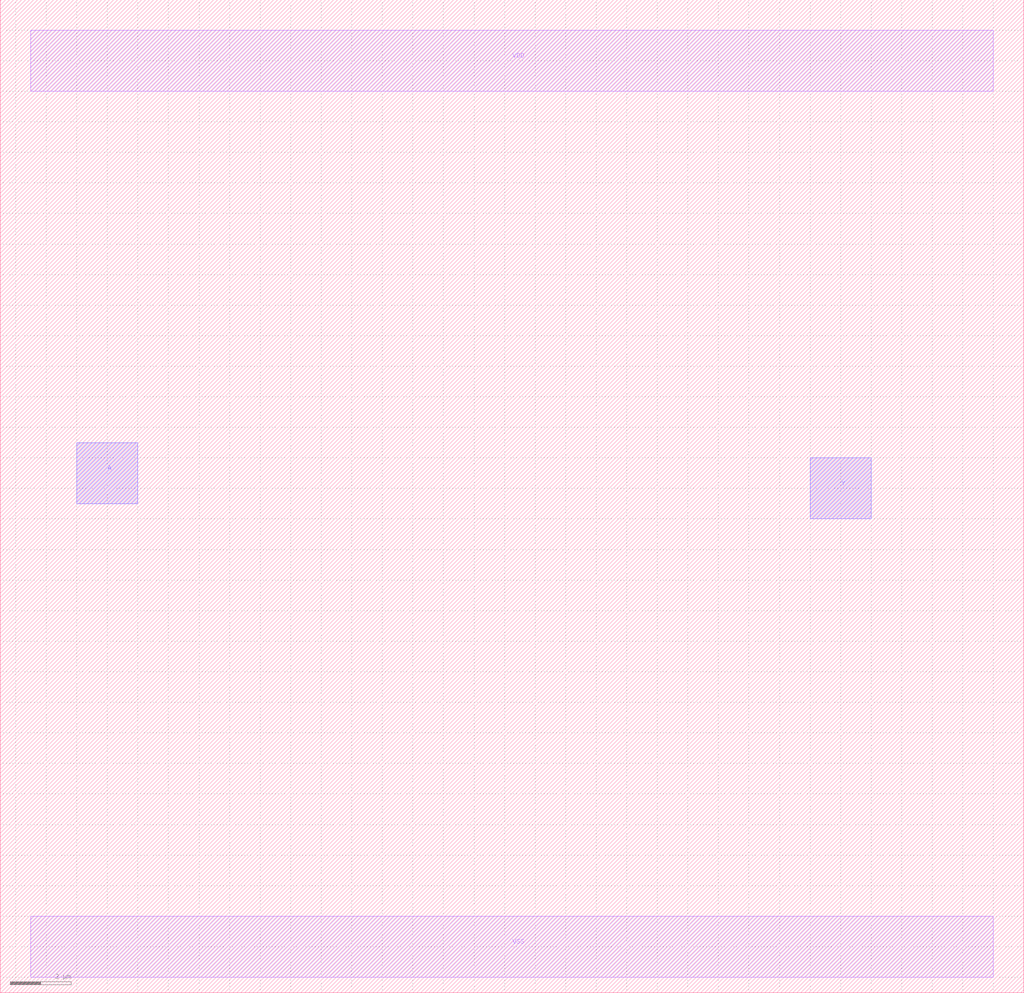
<source format=lef>
# C:/Users/akita/Documents/000.lef
# Created by Glade release version 4.7.35 compiled on May 19 2020 19:14:35
# Run by akita on host LAPTOP-E0CJ65QR at Wed Jun  3 17:32:59 2020

VERSION 5.6 ;
NAMESCASESENSITIVE ON ;
BUSBITCHARS "[]" ;
DIVIDERCHAR "/"  ;
UNITS
    DATABASE MICRONS 1000 ;
END UNITS

MACRO buf8
    CLASS core ;
    FOREIGN buf8 -1.500 -1.500 ;
    ORIGIN 1.500 1.500 ;
    SIZE 33.500 BY 32.500 ;
    PIN Y
        DIRECTION OUTPUT ;
        USE SIGNAL ;
        PORT
        LAYER ML2 ;
        RECT 25.000 14.000 27.000 16.000 ;
        LAYER ML1 ;
        RECT 25.000 14.000 27.000 16.000 ;
        END
    END Y
    PIN VDD
        DIRECTION INOUT ;
        USE POWER ;
        PORT
        LAYER ML1 ;
        RECT -0.500 28.000 31.000 30.000 ;
        END
    END VDD
    PIN VSS
        DIRECTION INOUT ;
        USE GROUND ;
        PORT
        LAYER ML1 ;
        RECT -0.500 -1.000 31.000 1.000 ;
        END
    END VSS
    PIN A
        DIRECTION INPUT ;
        USE SIGNAL ;
        PORT
        LAYER ML2 ;
        RECT 1.000 14.500 3.000 16.500 ;
        LAYER ML1 ;
        RECT 1.000 14.500 3.000 16.500 ;
        END
    END A
    OBS
    END
END buf8

END LIBRARY

</source>
